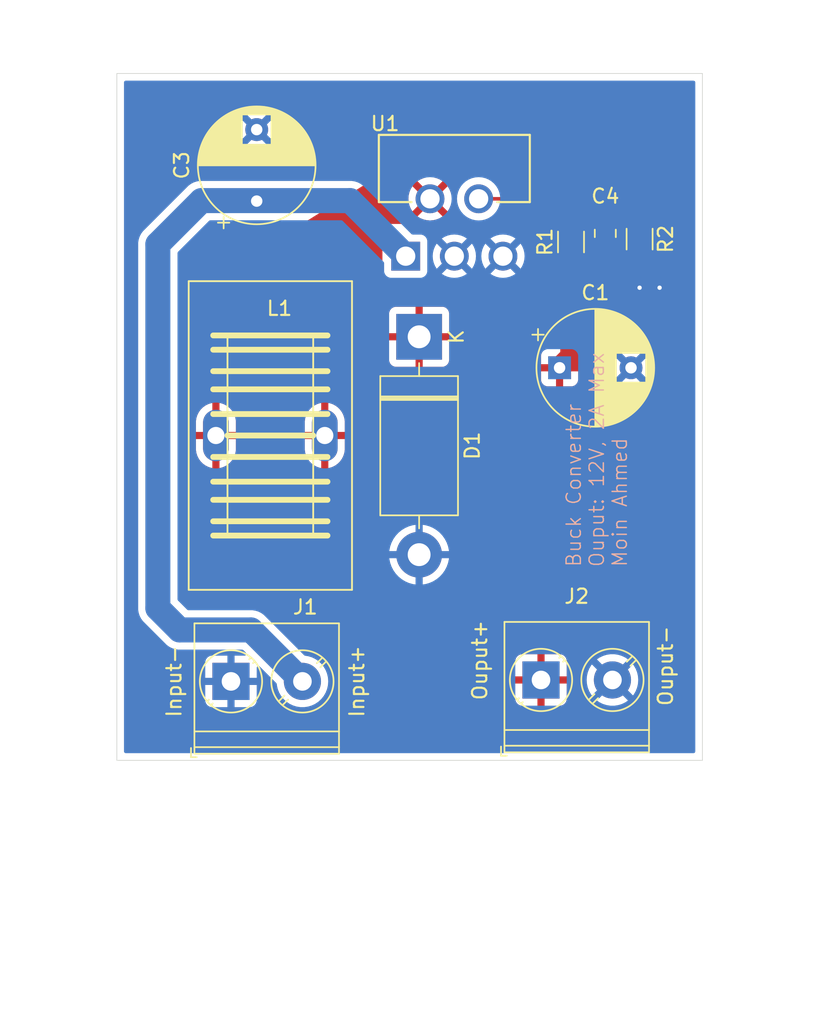
<source format=kicad_pcb>
(kicad_pcb (version 20240108) (generator "pcbnew") (generator_version "8.0")
  (layers (0 "F.Cu" signal) (31 "B.Cu" signal) (34 "B.Paste" user) (35 "F.Paste" user) (36 "B.SilkS" user "B.Silkscreen") (37 "F.SilkS" user "F.Silkscreen") (38 "B.Mask" user) (39 "F.Mask" user) (44 "Edge.Cuts" user))
  (net 0 "")
  (net 1 "GND")
  (net 2 "Net-(J1-Pin_2)")
  (net 3 "/Feedback")
  (net 4 "/Output")
  (net 5 "/OUTPUT_COUT")
  (footprint "Capacitor_THT:CP_Radial_D8.0mm_P5.00mm" (layer "F.Cu") (at 168.2 76.4625)
    (property "Reference" "C1" (at 2.5 -5.25 0) (layer "F.SilkS"))
    (property "Value" "330u")
    (fp_line (start -1.909698 -2.315) (end -1.109698 -2.315) (stroke (width 0.12)) (layer "F.SilkS"))
    (fp_line (start -1.509698 -2.715) (end -1.509698 -1.915) (stroke (width 0.12)) (layer "F.SilkS"))
    (fp_line (start 2.5 -4.08) (end 2.5 4.08) (stroke (width 0.12)) (layer "F.SilkS"))
    (fp_line (start 2.54 -4.08) (end 2.54 4.08) (stroke (width 0.12)) (layer "F.SilkS"))
    (fp_line (start 2.58 -4.08) (end 2.58 4.08) (stroke (width 0.12)) (layer "F.SilkS"))
    (fp_line (start 2.62 -4.079) (end 2.62 4.079) (stroke (width 0.12)) (layer "F.SilkS"))
    (fp_line (start 2.66 -4.077) (end 2.66 4.077) (stroke (width 0.12)) (layer "F.SilkS"))
    (fp_line (start 2.7 -4.076) (end 2.7 4.076) (stroke (width 0.12)) (layer "F.SilkS"))
    (fp_line (start 2.74 -4.074) (end 2.74 4.074) (stroke (width 0.12)) (layer "F.SilkS"))
    (fp_line (start 2.78 -4.071) (end 2.78 4.071) (stroke (width 0.12)) (layer "F.SilkS"))
    (fp_line (start 2.82 -4.068) (end 2.82 4.068) (stroke (width 0.12)) (layer "F.SilkS"))
    (fp_line (start 2.86 -4.065) (end 2.86 4.065) (stroke (width 0.12)) (layer "F.SilkS"))
    (fp_line (start 2.9 -4.061) (end 2.9 4.061) (stroke (width 0.12)) (layer "F.SilkS"))
    (fp_line (start 2.94 -4.057) (end 2.94 4.057) (stroke (width 0.12)) (layer "F.SilkS"))
    (fp_line (start 2.98 -4.052) (end 2.98 4.052) (stroke (width 0.12)) (layer "F.SilkS"))
    (fp_line (start 3.02 -4.048) (end 3.02 4.048) (stroke (width 0.12)) (layer "F.SilkS"))
    (fp_line (start 3.06 -4.042) (end 3.06 4.042) (stroke (width 0.12)) (layer "F.SilkS"))
    (fp_line (start 3.1 -4.037) (end 3.1 4.037) (stroke (width 0.12)) (layer "F.SilkS"))
    (fp_line (start 3.14 -4.03) (end 3.14 4.03) (stroke (width 0.12)) (layer "F.SilkS"))
    (fp_line (start 3.18 -4.024) (end 3.18 4.024) (stroke (width 0.12)) (layer "F.SilkS"))
    (fp_line (start 3.221 -4.017) (end 3.221 4.017) (stroke (width 0.12)) (layer "F.SilkS"))
    (fp_line (start 3.261 -4.01) (end 3.261 4.01) (stroke (width 0.12)) (layer "F.SilkS"))
    (fp_line (start 3.301 -4.002) (end 3.301 4.002) (stroke (width 0.12)) (layer "F.SilkS"))
    (fp_line (start 3.341 -3.994) (end 3.341 3.994) (stroke (width 0.12)) (layer "F.SilkS"))
    (fp_line (start 3.381 -3.985) (end 3.381 3.985) (stroke (width 0.12)) (layer "F.SilkS"))
    (fp_line (start 3.421 -3.976) (end 3.421 3.976) (stroke (width 0.12)) (layer "F.SilkS"))
    (fp_line (start 3.461 -3.967) (end 3.461 3.967) (stroke (width 0.12)) (layer "F.SilkS"))
    (fp_line (start 3.501 -3.957) (end 3.501 3.957) (stroke (width 0.12)) (layer "F.SilkS"))
    (fp_line (start 3.541 -3.947) (end 3.541 3.947) (stroke (width 0.12)) (layer "F.SilkS"))
    (fp_line (start 3.581 -3.936) (end 3.581 3.936) (stroke (width 0.12)) (layer "F.SilkS"))
    (fp_line (start 3.621 -3.925) (end 3.621 3.925) (stroke (width 0.12)) (layer "F.SilkS"))
    (fp_line (start 3.661 -3.914) (end 3.661 3.914) (stroke (width 0.12)) (layer "F.SilkS"))
    (fp_line (start 3.701 -3.902) (end 3.701 3.902) (stroke (width 0.12)) (layer "F.SilkS"))
    (fp_line (start 3.741 -3.889) (end 3.741 3.889) (stroke (width 0.12)) (layer "F.SilkS"))
    (fp_line (start 3.781 -3.877) (end 3.781 3.877) (stroke (width 0.12)) (layer "F.SilkS"))
    (fp_line (start 3.821 -3.863) (end 3.821 3.863) (stroke (width 0.12)) (layer "F.SilkS"))
    (fp_line (start 3.861 -3.85) (end 3.861 3.85) (stroke (width 0.12)) (layer "F.SilkS"))
    (fp_line (start 3.901 -3.835) (end 3.901 3.835) (stroke (width 0.12)) (layer "F.SilkS"))
    (fp_line (start 3.941 -3.821) (end 3.941 3.821) (stroke (width 0.12)) (layer "F.SilkS"))
    (fp_line (start 3.981 -3.805) (end 3.981 -1.04) (stroke (width 0.12)) (layer "F.SilkS"))
    (fp_line (start 3.981 1.04) (end 3.981 3.805) (stroke (width 0.12)) (layer "F.SilkS"))
    (fp_line (start 4.021 -3.79) (end 4.021 -1.04) (stroke (width 0.12)) (layer "F.SilkS"))
    (fp_line (start 4.021 1.04) (end 4.021 3.79) (stroke (width 0.12)) (layer "F.SilkS"))
    (fp_line (start 4.061 -3.774) (end 4.061 -1.04) (stroke (width 0.12)) (layer "F.SilkS"))
    (fp_line (start 4.061 1.04) (end 4.061 3.774) (stroke (width 0.12)) (layer "F.SilkS"))
    (fp_line (start 4.101 -3.757) (end 4.101 -1.04) (stroke (width 0.12)) (layer "F.SilkS"))
    (fp_line (start 4.101 1.04) (end 4.101 3.757) (stroke (width 0.12)) (layer "F.SilkS"))
    (fp_line (start 4.141 -3.74) (end 4.141 -1.04) (stroke (width 0.12)) (layer "F.SilkS"))
    (fp_line (start 4.141 1.04) (end 4.141 3.74) (stroke (width 0.12)) (layer "F.SilkS"))
    (fp_line (start 4.181 -3.722) (end 4.181 -1.04) (stroke (width 0.12)) (layer "F.SilkS"))
    (fp_line (start 4.181 1.04) (end 4.181 3.722) (stroke (width 0.12)) (layer "F.SilkS"))
    (fp_line (start 4.221 -3.704) (end 4.221 -1.04) (stroke (width 0.12)) (layer "F.SilkS"))
    (fp_line (start 4.221 1.04) (end 4.221 3.704) (stroke (width 0.12)) (layer "F.SilkS"))
    (fp_line (start 4.261 -3.686) (end 4.261 -1.04) (stroke (width 0.12)) (layer "F.SilkS"))
    (fp_line (start 4.261 1.04) (end 4.261 3.686) (stroke (width 0.12)) (layer "F.SilkS"))
    (fp_line (start 4.301 -3.666) (end 4.301 -1.04) (stroke (width 0.12)) (layer "F.SilkS"))
    (fp_line (start 4.301 1.04) (end 4.301 3.666) (stroke (width 0.12)) (layer "F.SilkS"))
    (fp_line (start 4.341 -3.647) (end 4.341 -1.04) (stroke (width 0.12)) (layer "F.SilkS"))
    (fp_line (start 4.341 1.04) (end 4.341 3.647) (stroke (width 0.12)) (layer "F.SilkS"))
    (fp_line (start 4.381 -3.627) (end 4.381 -1.04) (stroke (width 0.12)) (layer "F.SilkS"))
    (fp_line (start 4.381 1.04) (end 4.381 3.627) (stroke (width 0.12)) (layer "F.SilkS"))
    (fp_line (start 4.421 -3.606) (end 4.421 -1.04) (stroke (width 0.12)) (layer "F.SilkS"))
    (fp_line (start 4.421 1.04) (end 4.421 3.606) (stroke (width 0.12)) (layer "F.SilkS"))
    (fp_line (start 4.461 -3.584) (end 4.461 -1.04) (stroke (width 0.12)) (layer "F.SilkS"))
    (fp_line (start 4.461 1.04) (end 4.461 3.584) (stroke (width 0.12)) (layer "F.SilkS"))
    (fp_line (start 4.501 -3.562) (end 4.501 -1.04) (stroke (width 0.12)) (layer "F.SilkS"))
    (fp_line (start 4.501 1.04) (end 4.501 3.562) (stroke (width 0.12)) (layer "F.SilkS"))
    (fp_line (start 4.541 -3.54) (end 4.541 -1.04) (stroke (width 0.12)) (layer "F.SilkS"))
    (fp_line (start 4.541 1.04) (end 4.541 3.54) (stroke (width 0.12)) (layer "F.SilkS"))
    (fp_line (start 4.581 -3.517) (end 4.581 -1.04) (stroke (width 0.12)) (layer "F.SilkS"))
    (fp_line (start 4.581 1.04) (end 4.581 3.517) (stroke (width 0.12)) (layer "F.SilkS"))
    (fp_line (start 4.621 -3.493) (end 4.621 -1.04) (stroke (width 0.12)) (layer "F.SilkS"))
    (fp_line (start 4.621 1.04) (end 4.621 3.493) (stroke (width 0.12)) (layer "F.SilkS"))
    (fp_line (start 4.661 -3.469) (end 4.661 -1.04) (stroke (width 0.12)) (layer "F.SilkS"))
    (fp_line (start 4.661 1.04) (end 4.661 3.469) (stroke (width 0.12)) (layer "F.SilkS"))
    (fp_line (start 4.701 -3.444) (end 4.701 -1.04) (stroke (width 0.12)) (layer "F.SilkS"))
    (fp_line (start 4.701 1.04) (end 4.701 3.444) (stroke (width 0.12)) (layer "F.SilkS"))
    (fp_line (start 4.741 -3.418) (end 4.741 -1.04) (stroke (width 0.12)) (layer "F.SilkS"))
    (fp_line (start 4.741 1.04) (end 4.741 3.418) (stroke (width 0.12)) (layer "F.SilkS"))
    (fp_line (start 4.781 -3.392) (end 4.781 -1.04) (stroke (width 0.12)) (layer "F.SilkS"))
    (fp_line (start 4.781 1.04) (end 4.781 3.392) (stroke (width 0.12)) (layer "F.SilkS"))
    (fp_line (start 4.821 -3.365) (end 4.821 -1.04) (stroke (width 0.12)) (layer "F.SilkS"))
    (fp_line (start 4.821 1.04) (end 4.821 3.365) (stroke (width 0.12)) (layer "F.SilkS"))
    (fp_line (start 4.861 -3.338) (end 4.861 -1.04) (stroke (width 0.12)) (layer "F.SilkS"))
    (fp_line (start 4.861 1.04) (end 4.861 3.338) (stroke (width 0.12)) (layer "F.SilkS"))
    (fp_line (start 4.901 -3.309) (end 4.901 -1.04) (stroke (width 0.12)) (layer "F.SilkS"))
    (fp_line (start 4.901 1.04) (end 4.901 3.309) (stroke (width 0.12)) (layer "F.SilkS"))
    (fp_line (start 4.941 -3.28) (end 4.941 -1.04) (stroke (width 0.12)) (layer "F.SilkS"))
    (fp_line (start 4.941 1.04) (end 4.941 3.28) (stroke (width 0.12)) (layer "F.SilkS"))
    (fp_line (start 4.981 -3.25) (end 4.981 -1.04) (stroke (width 0.12)) (layer "F.SilkS"))
    (fp_line (start 4.981 1.04) (end 4.981 3.25) (stroke (width 0.12)) (layer "F.SilkS"))
    (fp_line (start 5.021 -3.22) (end 5.021 -1.04) (stroke (width 0.12)) (layer "F.SilkS"))
    (fp_line (start 5.021 1.04) (end 5.021 3.22) (stroke (width 0.12)) (layer "F.SilkS"))
    (fp_line (start 5.061 -3.189) (end 5.061 -1.04) (stroke (width 0.12)) (layer "F.SilkS"))
    (fp_line (start 5.061 1.04) (end 5.061 3.189) (stroke (width 0.12)) (layer "F.SilkS"))
    (fp_line (start 5.101 -3.156) (end 5.101 -1.04) (stroke (width 0.12)) (layer "F.SilkS"))
    (fp_line (start 5.101 1.04) (end 5.101 3.156) (stroke (width 0.12)) (layer "F.SilkS"))
    (fp_line (start 5.141 -3.124) (end 5.141 -1.04) (stroke (width 0.12)) (layer "F.SilkS"))
    (fp_line (start 5.141 1.04) (end 5.141 3.124) (stroke (width 0.12)) (layer "F.SilkS"))
    (fp_line (start 5.181 -3.09) (end 5.181 -1.04) (stroke (width 0.12)) (layer "F.SilkS"))
    (fp_line (start 5.181 1.04) (end 5.181 3.09) (stroke (width 0.12)) (layer "F.SilkS"))
    (fp_line (start 5.221 -3.055) (end 5.221 -1.04) (stroke (width 0.12)) (layer "F.SilkS"))
    (fp_line (start 5.221 1.04) (end 5.221 3.055) (stroke (width 0.12)) (layer "F.SilkS"))
    (fp_line (start 5.261 -3.019) (end 5.261 -1.04) (stroke (width 0.12)) (layer "F.SilkS"))
    (fp_line (start 5.261 1.04) (end 5.261 3.019) (stroke (width 0.12)) (layer "F.SilkS"))
    (fp_line (start 5.301 -2.983) (end 5.301 -1.04) (stroke (width 0.12)) (layer "F.SilkS"))
    (fp_line (start 5.301 1.04) (end 5.301 2.983) (stroke (width 0.12)) (layer "F.SilkS"))
    (fp_line (start 5.341 -2.945) (end 5.341 -1.04) (stroke (width 0.12)) (layer "F.SilkS"))
    (fp_line (start 5.341 1.04) (end 5.341 2.945) (stroke (width 0.12)) (layer "F.SilkS"))
    (fp_line (start 5.381 -2.907) (end 5.381 -1.04) (stroke (width 0.12)) (layer "F.SilkS"))
    (fp_line (start 5.381 1.04) (end 5.381 2.907) (stroke (width 0.12)) (layer "F.SilkS"))
    (fp_line (start 5.421 -2.867) (end 5.421 -1.04) (stroke (width 0.12)) (layer "F.SilkS"))
    (fp_line (start 5.421 1.04) (end 5.421 2.867) (stroke (width 0.12)) (layer "F.SilkS"))
    (fp_line (start 5.461 -2.826) (end 5.461 -1.04) (stroke (width 0.12)) (layer "F.SilkS"))
    (fp_line (start 5.461 1.04) (end 5.461 2.826) (stroke (width 0.12)) (layer "F.SilkS"))
    (fp_line (start 5.501 -2.784) (end 5.501 -1.04) (stroke (width 0.12)) (layer "F.SilkS"))
    (fp_line (start 5.501 1.04) (end 5.501 2.784) (stroke (width 0.12)) (layer "F.SilkS"))
    (fp_line (start 5.541 -2.741) (end 5.541 -1.04) (stroke (width 0.12)) (layer "F.SilkS"))
    (fp_line (start 5.541 1.04) (end 5.541 2.741) (stroke (width 0.12)) (layer "F.SilkS"))
    (fp_line (start 5.581 -2.697) (end 5.581 -1.04) (stroke (width 0.12)) (layer "F.SilkS"))
    (fp_line (start 5.581 1.04) (end 5.581 2.697) (stroke (width 0.12)) (layer "F.SilkS"))
    (fp_line (start 5.621 -2.651) (end 5.621 -1.04) (stroke (width 0.12)) (layer "F.SilkS"))
    (fp_line (start 5.621 1.04) (end 5.621 2.651) (stroke (width 0.12)) (layer "F.SilkS"))
    (fp_line (start 5.661 -2.604) (end 5.661 -1.04) (stroke (width 0.12)) (layer "F.SilkS"))
    (fp_line (start 5.661 1.04) (end 5.661 2.604) (stroke (width 0.12)) (layer "F.SilkS"))
    (fp_line (start 5.701 -2.556) (end 5.701 -1.04) (stroke (width 0.12)) (layer "F.SilkS"))
    (fp_line (start 5.701 1.04) (end 5.701 2.556) (stroke (width 0.12)) (layer "F.SilkS"))
    (fp_line (start 5.741 -2.505) (end 5.741 -1.04) (stroke (width 0.12)) (layer "F.SilkS"))
    (fp_line (start 5.741 1.04) (end 5.741 2.505) (stroke (width 0.12)) (layer "F.SilkS"))
    (fp_line (start 5.781 -2.454) (end 5.781 -1.04) (stroke (width 0.12)) (layer "F.SilkS"))
    (fp_line (start 5.781 1.04) (end 5.781 2.454) (stroke (width 0.12)) (layer "F.SilkS"))
    (fp_line (start 5.821 -2.4) (end 5.821 -1.04) (stroke (width 0.12)) (layer "F.SilkS"))
    (fp_line (start 5.821 1.04) (end 5.821 2.4) (stroke (width 0.12)) (layer "F.SilkS"))
    (fp_line (start 5.861 -2.345) (end 5.861 -1.04) (stroke (width 0.12)) (layer "F.SilkS"))
    (fp_line (start 5.861 1.04) (end 5.861 2.345) (stroke (width 0.12)) (layer "F.SilkS"))
    (fp_line (start 5.901 -2.287) (end 5.901 -1.04) (stroke (width 0.12)) (layer "F.SilkS"))
    (fp_line (start 5.901 1.04) (end 5.901 2.287) (stroke (width 0.12)) (layer "F.SilkS"))
    (fp_line (start 5.941 -2.228) (end 5.941 -1.04) (stroke (width 0.12)) (layer "F.SilkS"))
    (fp_line (start 5.941 1.04) (end 5.941 2.228) (stroke (width 0.12)) (layer "F.SilkS"))
    (fp_line (start 5.981 -2.166) (end 5.981 -1.04) (stroke (width 0.12)) (layer "F.SilkS"))
    (fp_line (start 5.981 1.04) (end 5.981 2.166) (stroke (width 0.12)) (layer "F.SilkS"))
    (fp_line (start 6.021 -2.102) (end 6.021 -1.04) (stroke (width 0.12)) (layer "F.SilkS"))
    (fp_line (start 6.021 1.04) (end 6.021 2.102) (stroke (width 0.12)) (layer "F.SilkS"))
    (fp_line (start 6.061 -2.034) (end 6.061 2.034) (stroke (width 0.12)) (layer "F.SilkS"))
    (fp_line (start 6.101 -1.964) (end 6.101 1.964) (stroke (width 0.12)) (layer "F.SilkS"))
    (fp_line (start 6.141 -1.89) (end 6.141 1.89) (stroke (width 0.12)) (layer "F.SilkS"))
    (fp_line (start 6.181 -1.813) (end 6.181 1.813) (stroke (width 0.12)) (layer "F.SilkS"))
    (fp_line (start 6.221 -1.731) (end 6.221 1.731) (stroke (width 0.12)) (layer "F.SilkS"))
    (fp_line (start 6.261 -1.645) (end 6.261 1.645) (stroke (width 0.12)) (layer "F.SilkS"))
    (fp_line (start 6.301 -1.552) (end 6.301 1.552) (stroke (width 0.12)) (layer "F.SilkS"))
    (fp_line (start 6.341 -1.453) (end 6.341 1.453) (stroke (width 0.12)) (layer "F.SilkS"))
    (fp_line (start 6.381 -1.346) (end 6.381 1.346) (stroke (width 0.12)) (layer "F.SilkS"))
    (fp_line (start 6.421 -1.229) (end 6.421 1.229) (stroke (width 0.12)) (layer "F.SilkS"))
    (fp_line (start 6.461 -1.098) (end 6.461 1.098) (stroke (width 0.12)) (layer "F.SilkS"))
    (fp_line (start 6.501 -0.948) (end 6.501 0.948) (stroke (width 0.12)) (layer "F.SilkS"))
    (fp_line (start 6.541 -0.768) (end 6.541 0.768) (stroke (width 0.12)) (layer "F.SilkS"))
    (fp_line (start 6.581 -0.533) (end 6.581 0.533) (stroke (width 0.12)) (layer "F.SilkS"))
    (fp_circle (center 2.5 0) (end 6.62 0) (stroke (width 0.12)) (fill none) (layer "F.SilkS"))
    (pad "1" thru_hole rect (at 0 0) (size 1.6 1.6) (drill 0.8) (layers "*.Cu" "*.Mask") (net 5 "/OUTPUT_COUT"))
    (pad "2" thru_hole circle (at 5 0) (size 1.6 1.6) (drill 0.8) (layers "*.Cu" "*.Mask") (net 1 "GND"))
  )
  (footprint "lm2596tv:TO170P470X1016X2092-5P" (layer "F.Cu") (at 164.2364 56.4134)
    (property "Reference" "U1" (at -8.255 2.9718 0) (layer "F.SilkS"))
    (property "Value" "LM2596TADJG")
    (fp_line (start -8.6868 3.7592) (end -8.6868 8.4582) (stroke (width 0.1524)) (layer "F.SilkS"))
    (fp_line (start -8.6868 8.4582) (end -6.4008 8.4582) (stroke (width 0.1524)) (layer "F.SilkS"))
    (fp_line (start -0.4064 8.4582) (end 1.8796 8.4582) (stroke (width 0.1524)) (layer "F.SilkS"))
    (fp_line (start 1.8796 3.7592) (end -8.6868 3.7592) (stroke (width 0.1524)) (layer "F.SilkS"))
    (fp_line (start 1.8796 8.4582) (end 1.8796 3.7592) (stroke (width 0.1524)) (layer "F.SilkS"))
    (pad "1" thru_hole rect (at -6.8072 12.2428) (size 2.0193 2.0193) (drill 1.3462) (layers "*.Cu" "*.Mask") (net 2 "Net-(J1-Pin_2)"))
    (pad "2" thru_hole circle (at -5.1054 8.2296) (size 2.0193 2.0193) (drill 1.3462) (layers "*.Cu" "*.Mask") (net 4 "/Output"))
    (pad "3" thru_hole circle (at -3.4036 12.2428) (size 2.0193 2.0193) (drill 1.3462) (layers "*.Cu" "*.Mask") (net 1 "GND"))
    (pad "4" thru_hole circle (at -1.7018 8.2296) (size 2.0193 2.0193) (drill 1.3462) (layers "*.Cu" "*.Mask") (net 3 "/Feedback"))
    (pad "5" thru_hole circle (at 0 12.2428) (size 2.0193 2.0193) (drill 1.3462) (layers "*.Cu" "*.Mask") (net 1 "GND"))
  )
  (footprint "Capacitor_SMD:C_0805_2012Metric" (layer "F.Cu") (at 171.4 67.0625 90)
    (property "Reference" "C4" (at 2.6 0 180) (layer "F.SilkS"))
    (property "Value" "1.5n")
    (fp_line (start -0.261252 -0.735) (end 0.261252 -0.735) (stroke (width 0.12)) (layer "F.SilkS"))
    (fp_line (start -0.261252 0.735) (end 0.261252 0.735) (stroke (width 0.12)) (layer "F.SilkS"))
    (pad "1" smd roundrect (at -0.95 0 90) (size 1 1.45) (layers "F.Cu" "F.Paste" "F.Mask") (net 5 "/OUTPUT_COUT"))
    (pad "2" smd roundrect (at 0.95 0 90) (size 1 1.45) (layers "F.Cu" "F.Paste" "F.Mask") (net 3 "/Feedback"))
  )
  (footprint "TerminalBlock_Phoenix:TerminalBlock_Phoenix_PT-1,5-2-5.0-H_1x02_P5.00mm_Horizontal" (layer "F.Cu") (at 145.2 98.4)
    (property "Reference" "J1" (at 5.2 -5.2 0) (layer "F.SilkS"))
    (property "Value" "Conn_01x02")
    (fp_line (start -2.8 4.66) (end -2.8 5.3) (stroke (width 0.12)) (layer "F.SilkS"))
    (fp_line (start -2.8 5.3) (end -2.4 5.3) (stroke (width 0.12)) (layer "F.SilkS"))
    (fp_line (start -2.56 -4.06) (end -2.56 5.06) (stroke (width 0.12)) (layer "F.SilkS"))
    (fp_line (start -2.56 -4.06) (end 7.56 -4.06) (stroke (width 0.12)) (layer "F.SilkS"))
    (fp_line (start -2.56 3.5) (end 7.56 3.5) (stroke (width 0.12)) (layer "F.SilkS"))
    (fp_line (start -2.56 4.6) (end 7.56 4.6) (stroke (width 0.12)) (layer "F.SilkS"))
    (fp_line (start -2.56 5.06) (end 7.56 5.06) (stroke (width 0.12)) (layer "F.SilkS"))
    (fp_line (start -1.548 1.281) (end -1.654 1.388) (stroke (width 0.12)) (layer "F.SilkS"))
    (fp_line (start -1.282 1.547) (end -1.388 1.654) (stroke (width 0.12)) (layer "F.SilkS"))
    (fp_line (start 1.388 -1.654) (end 1.281 -1.547) (stroke (width 0.12)) (layer "F.SilkS"))
    (fp_line (start 1.654 -1.388) (end 1.547 -1.281) (stroke (width 0.12)) (layer "F.SilkS"))
    (fp_line (start 3.742 0.992) (end 3.347 1.388) (stroke (width 0.12)) (layer "F.SilkS"))
    (fp_line (start 3.993 1.274) (end 3.613 1.654) (stroke (width 0.12)) (layer "F.SilkS"))
    (fp_line (start 6.388 -1.654) (end 6.008 -1.274) (stroke (width 0.12)) (layer "F.SilkS"))
    (fp_line (start 6.654 -1.388) (end 6.259 -0.992) (stroke (width 0.12)) (layer "F.SilkS"))
    (fp_line (start 7.56 -4.06) (end 7.56 5.06) (stroke (width 0.12)) (layer "F.SilkS"))
    (fp_circle (center 0 0) (end 2.18 0) (stroke (width 0.12)) (fill none) (layer "F.SilkS"))
    (fp_circle (center 5 0) (end 7.18 0) (stroke (width 0.12)) (fill none) (layer "F.SilkS"))
    (pad "1" thru_hole rect (at 0 0) (size 2.6 2.6) (drill 1.3) (layers "*.Cu" "*.Mask") (net 1 "GND"))
    (pad "2" thru_hole circle (at 5 0) (size 2.6 2.6) (drill 1.3) (layers "*.Cu" "*.Mask") (net 2 "Net-(J1-Pin_2)"))
  )
  (footprint "Resistor_SMD:R_1206_3216Metric" (layer "F.Cu") (at 169 67.6625 90)
    (property "Reference" "R1" (at 0 -1.82 90) (layer "F.SilkS"))
    (property "Value" "9k")
    (fp_line (start -0.727064 -0.91) (end 0.727064 -0.91) (stroke (width 0.12)) (layer "F.SilkS"))
    (fp_line (start -0.727064 0.91) (end 0.727064 0.91) (stroke (width 0.12)) (layer "F.SilkS"))
    (pad "1" smd roundrect (at -1.4625 0 90) (size 1.125 1.75) (layers "F.Cu" "F.Paste" "F.Mask") (roundrect_rratio 0.222222) (net 5 "/OUTPUT_COUT"))
    (pad "2" smd roundrect (at 1.4625 0 90) (size 1.125 1.75) (layers "F.Cu" "F.Paste" "F.Mask") (roundrect_rratio 0.222222) (net 3 "/Feedback"))
  )
  (footprint "TerminalBlock_Phoenix:TerminalBlock_Phoenix_PT-1,5-2-5.0-H_1x02_P5.00mm_Horizontal" (layer "F.Cu") (at 166.9 98.3)
    (property "Reference" "J2" (at 2.5 -5.85 0) (layer "F.SilkS"))
    (property "Value" "Conn_01x02")
    (fp_line (start -2.8 4.66) (end -2.8 5.3) (stroke (width 0.12)) (layer "F.SilkS"))
    (fp_line (start -2.8 5.3) (end -2.4 5.3) (stroke (width 0.12)) (layer "F.SilkS"))
    (fp_line (start -2.56 -4.06) (end -2.56 5.06) (stroke (width 0.12)) (layer "F.SilkS"))
    (fp_line (start -2.56 -4.06) (end 7.56 -4.06) (stroke (width 0.12)) (layer "F.SilkS"))
    (fp_line (start -2.56 3.5) (end 7.56 3.5) (stroke (width 0.12)) (layer "F.SilkS"))
    (fp_line (start -2.56 4.6) (end 7.56 4.6) (stroke (width 0.12)) (layer "F.SilkS"))
    (fp_line (start -2.56 5.06) (end 7.56 5.06) (stroke (width 0.12)) (layer "F.SilkS"))
    (fp_line (start -1.548 1.281) (end -1.654 1.388) (stroke (width 0.12)) (layer "F.SilkS"))
    (fp_line (start -1.282 1.547) (end -1.388 1.654) (stroke (width 0.12)) (layer "F.SilkS"))
    (fp_line (start 1.388 -1.654) (end 1.281 -1.547) (stroke (width 0.12)) (layer "F.SilkS"))
    (fp_line (start 1.654 -1.388) (end 1.547 -1.281) (stroke (width 0.12)) (layer "F.SilkS"))
    (fp_line (start 3.742 0.992) (end 3.347 1.388) (stroke (width 0.12)) (layer "F.SilkS"))
    (fp_line (start 3.993 1.274) (end 3.613 1.654) (stroke (width 0.12)) (layer "F.SilkS"))
    (fp_line (start 6.388 -1.654) (end 6.008 -1.274) (stroke (width 0.12)) (layer "F.SilkS"))
    (fp_line (start 6.654 -1.388) (end 6.259 -0.992) (stroke (width 0.12)) (layer "F.SilkS"))
    (fp_line (start 7.56 -4.06) (end 7.56 5.06) (stroke (width 0.12)) (layer "F.SilkS"))
    (fp_circle (center 0 0) (end 2.18 0) (stroke (width 0.12)) (fill none) (layer "F.SilkS"))
    (fp_circle (center 5 0) (end 7.18 0) (stroke (width 0.12)) (fill none) (layer "F.SilkS"))
    (pad "1" thru_hole rect (at 0 0) (size 2.6 2.6) (drill 1.3) (layers "*.Cu" "*.Mask") (net 5 "/OUTPUT_COUT"))
    (pad "2" thru_hole circle (at 5 0) (size 2.6 2.6) (drill 1.3) (layers "*.Cu" "*.Mask") (net 1 "GND"))
  )
  (footprint "Capacitor_THT:CP_Radial_D8.0mm_P5.00mm" (layer "F.Cu") (at 147 64.802651 90)
    (property "Reference" "C3" (at 2.5 -5.25 90) (layer "F.SilkS"))
    (property "Value" "100u")
    (fp_line (start 2.58 -4.08) (end 2.58 4.08) (stroke (width 0.12)) (layer "F.SilkS"))
    (fp_line (start 2.54 -4.08) (end 2.54 4.08) (stroke (width 0.12)) (layer "F.SilkS"))
    (fp_line (start 2.5 -4.08) (end 2.5 4.08) (stroke (width 0.12)) (layer "F.SilkS"))
    (fp_line (start 2.62 -4.079) (end 2.62 4.079) (stroke (width 0.12)) (layer "F.SilkS"))
    (fp_line (start 2.66 -4.077) (end 2.66 4.077) (stroke (width 0.12)) (layer "F.SilkS"))
    (fp_line (start 2.7 -4.076) (end 2.7 4.076) (stroke (width 0.12)) (layer "F.SilkS"))
    (fp_line (start 2.74 -4.074) (end 2.74 4.074) (stroke (width 0.12)) (layer "F.SilkS"))
    (fp_line (start 2.78 -4.071) (end 2.78 4.071) (stroke (width 0.12)) (layer "F.SilkS"))
    (fp_line (start 2.82 -4.068) (end 2.82 4.068) (stroke (width 0.12)) (layer "F.SilkS"))
    (fp_line (start 2.86 -4.065) (end 2.86 4.065) (stroke (width 0.12)) (layer "F.SilkS"))
    (fp_line (start 2.9 -4.061) (end 2.9 4.061) (stroke (width 0.12)) (layer "F.SilkS"))
    (fp_line (start 2.94 -4.057) (end 2.94 4.057) (stroke (width 0.12)) (layer "F.SilkS"))
    (fp_line (start 2.98 -4.052) (end 2.98 4.052) (stroke (width 0.12)) (layer "F.SilkS"))
    (fp_line (start 3.02 -4.048) (end 3.02 4.048) (stroke (width 0.12)) (layer "F.SilkS"))
    (fp_line (start 3.06 -4.042) (end 3.06 4.042) (stroke (width 0.12)) (layer "F.SilkS"))
    (fp_line (start 3.1 -4.037) (end 3.1 4.037) (stroke (width 0.12)) (layer "F.SilkS"))
    (fp_line (start 3.14 -4.03) (end 3.14 4.03) (stroke (width 0.12)) (layer "F.SilkS"))
    (fp_line (start 3.18 -4.024) (end 3.18 4.024) (stroke (width 0.12)) (layer "F.SilkS"))
    (fp_line (start 3.221 -4.017) (end 3.221 4.017) (stroke (width 0.12)) (layer "F.SilkS"))
    (fp_line (start 3.261 -4.01) (end 3.261 4.01) (stroke (width 0.12)) (layer "F.SilkS"))
    (fp_line (start 3.301 -4.002) (end 3.301 4.002) (stroke (width 0.12)) (layer "F.SilkS"))
    (fp_line (start 3.341 -3.994) (end 3.341 3.994) (stroke (width 0.12)) (layer "F.SilkS"))
    (fp_line (start 3.381 -3.985) (end 3.381 3.985) (stroke (width 0.12)) (layer "F.SilkS"))
    (fp_line (start 3.421 -3.976) (end 3.421 3.976) (stroke (width 0.12)) (layer "F.SilkS"))
    (fp_line (start 3.461 -3.967) (end 3.461 3.967) (stroke (width 0.12)) (layer "F.SilkS"))
    (fp_line (start 3.501 -3.957) (end 3.501 3.957) (stroke (width 0.12)) (layer "F.SilkS"))
    (fp_line (start 3.541 -3.947) (end 3.541 3.947) (stroke (width 0.12)) (layer "F.SilkS"))
    (fp_line (start 3.581 -3.936) (end 3.581 3.936) (stroke (width 0.12)) (layer "F.SilkS"))
    (fp_line (start 3.621 -3.925) (end 3.621 3.925) (stroke (width 0.12)) (layer "F.SilkS"))
    (fp_line (start 3.661 -3.914) (end 3.661 3.914) (stroke (width 0.12)) (layer "F.SilkS"))
    (fp_line (start 3.701 -3.902) (end 3.701 3.902) (stroke (width 0.12)) (layer "F.SilkS"))
    (fp_line (start 3.741 -3.889) (end 3.741 3.889) (stroke (width 0.12)) (layer "F.SilkS"))
    (fp_line (start 3.781 -3.877) (end 3.781 3.877) (stroke (width 0.12)) (layer "F.SilkS"))
    (fp_line (start 3.821 -3.863) (end 3.821 3.863) (stroke (width 0.12)) (layer "F.SilkS"))
    (fp_line (start 3.861 -3.85) (end 3.861 3.85) (stroke (width 0.12)) (layer "F.SilkS"))
    (fp_line (start 3.901 -3.835) (end 3.901 3.835) (stroke (width 0.12)) (layer "F.SilkS"))
    (fp_line (start 3.941 -3.821) (end 3.941 3.821) (stroke (width 0.12)) (layer "F.SilkS"))
    (fp_line (start 3.981 -3.805) (end 3.981 -1.04) (stroke (width 0.12)) (layer "F.SilkS"))
    (fp_line (start 4.021 -3.79) (end 4.021 -1.04) (stroke (width 0.12)) (layer "F.SilkS"))
    (fp_line (start 4.061 -3.774) (end 4.061 -1.04) (stroke (width 0.12)) (layer "F.SilkS"))
    (fp_line (start 4.101 -3.757) (end 4.101 -1.04) (stroke (width 0.12)) (layer "F.SilkS"))
    (fp_line (start 4.141 -3.74) (end 4.141 -1.04) (stroke (width 0.12)) (layer "F.SilkS"))
    (fp_line (start 4.181 -3.722) (end 4.181 -1.04) (stroke (width 0.12)) (layer "F.SilkS"))
    (fp_line (start 4.221 -3.704) (end 4.221 -1.04) (stroke (width 0.12)) (layer "F.SilkS"))
    (fp_line (start 4.261 -3.686) (end 4.261 -1.04) (stroke (width 0.12)) (layer "F.SilkS"))
    (fp_line (start 4.301 -3.666) (end 4.301 -1.04) (stroke (width 0.12)) (layer "F.SilkS"))
    (fp_line (start 4.341 -3.647) (end 4.341 -1.04) (stroke (width 0.12)) (layer "F.SilkS"))
    (fp_line (start 4.381 -3.627) (end 4.381 -1.04) (stroke (width 0.12)) (layer "F.SilkS"))
    (fp_line (start 4.421 -3.606) (end 4.421 -1.04) (stroke (width 0.12)) (layer "F.SilkS"))
    (fp_line (start 4.461 -3.584) (end 4.461 -1.04) (stroke (width 0.12)) (layer "F.SilkS"))
    (fp_line (start 4.501 -3.562) (end 4.501 -1.04) (stroke (width 0.12)) (layer "F.SilkS"))
    (fp_line (start 4.541 -3.54) (end 4.541 -1.04) (stroke (width 0.12)) (layer "F.SilkS"))
    (fp_line (start 4.581 -3.517) (end 4.581 -1.04) (stroke (width 0.12)) (layer "F.SilkS"))
    (fp_line (start 4.621 -3.493) (end 4.621 -1.04) (stroke (width 0.12)) (layer "F.SilkS"))
    (fp_line (start 4.661 -3.469) (end 4.661 -1.04) (stroke (width 0.12)) (layer "F.SilkS"))
    (fp_line (start 4.701 -3.444) (end 4.701 -1.04) (stroke (width 0.12)) (layer "F.SilkS"))
    (fp_line (start 4.741 -3.418) (end 4.741 -1.04) (stroke (width 0.12)) (layer "F.SilkS"))
    (fp_line (start 4.781 -3.392) (end 4.781 -1.04) (stroke (width 0.12)) (layer "F.SilkS"))
    (fp_line (start 4.821 -3.365) (end 4.821 -1.04) (stroke (width 0.12)) (layer "F.SilkS"))
    (fp_line (start 4.861 -3.338) (end 4.861 -1.04) (stroke (width 0.12)) (layer "F.SilkS"))
    (fp_line (start 4.901 -3.309) (end 4.901 -1.04) (stroke (width 0.12)) (layer "F.SilkS"))
    (fp_line (start 4.941 -3.28) (end 4.941 -1.04) (stroke (width 0.12)) (layer "F.SilkS"))
    (fp_line (start 4.981 -3.25) (end 4.981 -1.04) (stroke (width 0.12)) (layer "F.SilkS"))
    (fp_line (start 5.021 -3.22) (end 5.021 -1.04) (stroke (width 0.12)) (layer "F.SilkS"))
    (fp_line (start 5.061 -3.189) (end 5.061 -1.04) (stroke (width 0.12)) (layer "F.SilkS"))
    (fp_line (start 5.101 -3.156) (end 5.101 -1.04) (stroke (width 0.12)) (layer "F.SilkS"))
    (fp_line (start 5.141 -3.124) (end 5.141 -1.04) (stroke (width 0.12)) (layer "F.SilkS"))
    (fp_line (start 5.181 -3.09) (end 5.181 -1.04) (stroke (width 0.12)) (layer "F.SilkS"))
    (fp_line (start 5.221 -3.055) (end 5.221 -1.04) (stroke (width 0.12)) (layer "F.SilkS"))
    (fp_line (start 5.261 -3.019) (end 5.261 -1.04) (stroke (width 0.12)) (layer "F.SilkS"))
    (fp_line (start 5.301 -2.983) (end 5.301 -1.04) (stroke (width 0.12)) (layer "F.SilkS"))
    (fp_line (start 5.341 -2.945) (end 5.341 -1.04) (stroke (width 0.12)) (layer "F.SilkS"))
    (fp_line (start 5.381 -2.907) (end 5.381 -1.04) (stroke (width 0.12)) (layer "F.SilkS"))
    (fp_line (start 5.421 -2.867) (end 5.421 -1.04) (stroke (width 0.12)) (layer "F.SilkS"))
    (fp_line (start 5.461 -2.826) (end 5.461 -1.04) (stroke (width 0.12)) (layer "F.SilkS"))
    (fp_line (start 5.501 -2.784) (end 5.501 -1.04) (stroke (width 0.12)) (layer "F.SilkS"))
    (fp_line (start 5.541 -2.741) (end 5.541 -1.04) (stroke (width 0.12)) (layer "F.SilkS"))
    (fp_line (start -1.509698 -2.715) (end -1.509698 -1.915) (stroke (width 0.12)) (layer "F.SilkS"))
    (fp_line (start 5.581 -2.697) (end 5.581 -1.04) (stroke (width 0.12)) (layer "F.SilkS"))
    (fp_line (start 5.621 -2.651) (end 5.621 -1.04) (stroke (width 0.12)) (layer "F.SilkS"))
    (fp_line (start 5.661 -2.604) (end 5.661 -1.04) (stroke (width 0.12)) (layer "F.SilkS"))
    (fp_line (start 5.701 -2.556) (end 5.701 -1.04) (stroke (width 0.12)) (layer "F.SilkS"))
    (fp_line (start 5.741 -2.505) (end 5.741 -1.04) (stroke (width 0.12)) (layer "F.SilkS"))
    (fp_line (start 5.781 -2.454) (end 5.781 -1.04) (stroke (width 0.12)) (layer "F.SilkS"))
    (fp_line (start 5.821 -2.4) (end 5.821 -1.04) (stroke (width 0.12)) (layer "F.SilkS"))
    (fp_line (start 5.861 -2.345) (end 5.861 -1.04) (stroke (width 0.12)) (layer "F.SilkS"))
    (fp_line (start -1.909698 -2.315) (end -1.109698 -2.315) (stroke (width 0.12)) (layer "F.SilkS"))
    (fp_line (start 5.901 -2.287) (end 5.901 -1.04) (stroke (width 0.12)) (layer "F.SilkS"))
    (fp_line (start 5.941 -2.228) (end 5.941 -1.04) (stroke (width 0.12)) (layer "F.SilkS"))
    (fp_line (start 5.981 -2.166) (end 5.981 -1.04) (stroke (width 0.12)) (layer "F.SilkS"))
    (fp_line (start 6.021 -2.102) (end 6.021 -1.04) (stroke (width 0.12)) (layer "F.SilkS"))
    (fp_line (start 6.061 -2.034) (end 6.061 2.034) (stroke (width 0.12)) (layer "F.SilkS"))
    (fp_line (start 6.101 -1.964) (end 6.101 1.964) (stroke (width 0.12)) (layer "F.SilkS"))
    (fp_line (start 6.141 -1.89) (end 6.141 1.89) (stroke (width 0.12)) (layer "F.SilkS"))
    (fp_line (start 6.181 -1.813) (end 6.181 1.813) (stroke (width 0.12)) (layer "F.SilkS"))
    (fp_line (start 6.221 -1.731) (end 6.221 1.731) (stroke (width 0.12)) (layer "F.SilkS"))
    (fp_line (start 6.261 -1.645) (end 6.261 1.645) (stroke (width 0.12)) (layer "F.SilkS"))
    (fp_line (start 6.301 -1.552) (end 6.301 1.552) (stroke (width 0.12)) (layer "F.SilkS"))
    (fp_line (start 6.341 -1.453) (end 6.341 1.453) (stroke (width 0.12)) (layer "F.SilkS"))
    (fp_line (start 6.381 -1.346) (end 6.381 1.346) (stroke (width 0.12)) (layer "F.SilkS"))
    (fp_line (start 6.421 -1.229) (end 6.421 1.229) (stroke (width 0.12)) (layer "F.SilkS"))
    (fp_line (start 6.461 -1.098) (end 6.461 1.098) (stroke (width 0.12)) (layer "F.SilkS"))
    (fp_line (start 6.501 -0.948) (end 6.501 0.948) (stroke (width 0.12)) (layer "F.SilkS"))
    (fp_line (start 6.541 -0.768) (end 6.541 0.768) (stroke (width 0.12)) (layer "F.SilkS"))
    (fp_line (start 6.581 -0.533) (end 6.581 0.533) (stroke (width 0.12)) (layer "F.SilkS"))
    (fp_line (start 6.021 1.04) (end 6.021 2.102) (stroke (width 0.12)) (layer "F.SilkS"))
    (fp_line (start 5.981 1.04) (end 5.981 2.166) (stroke (width 0.12)) (layer "F.SilkS"))
    (fp_line (start 5.941 1.04) (end 5.941 2.228) (stroke (width 0.12)) (layer "F.SilkS"))
    (fp_line (start 5.901 1.04) (end 5.901 2.287) (stroke (width 0.12)) (layer "F.SilkS"))
    (fp_line (start 5.861 1.04) (end 5.861 2.345) (stroke (width 0.12)) (layer "F.SilkS"))
    (fp_line (start 5.821 1.04) (end 5.821 2.4) (stroke (width 0.12)) (layer "F.SilkS"))
    (fp_line (start 5.781 1.04) (end 5.781 2.454) (stroke (width 0.12)) (layer "F.SilkS"))
    (fp_line (start 5.741 1.04) (end 5.741 2.505) (stroke (width 0.12)) (layer "F.SilkS"))
    (fp_line (start 5.701 1.04) (end 5.701 2.556) (stroke (width 0.12)) (layer "F.SilkS"))
    (fp_line (start 5.661 1.04) (end 5.661 2.604) (stroke (width 0.12)) (layer "F.SilkS"))
    (fp_line (start 5.621 1.04) (end 5.621 2.651) (stroke (width 0.12)) (layer "F.SilkS"))
    (fp_line (start 5.581 1.04) (end 5.581 2.697) (stroke (width 0.12)) (layer "F.SilkS"))
    (fp_line (start 5.541 1.04) (end 5.541 2.741) (stroke (width 0.12)) (layer "F.SilkS"))
    (fp_line (start 5.501 1.04) (end 5.501 2.784) (stroke (width 0.12)) (layer "F.SilkS"))
    (fp_line (start 5.461 1.04) (end 5.461 2.826) (stroke (width 0.12)) (layer "F.SilkS"))
    (fp_line (start 5.421 1.04) (end 5.421 2.867) (stroke (width 0.12)) (layer "F.SilkS"))
    (fp_line (start 5.381 1.04) (end 5.381 2.907) (stroke (width 0.12)) (layer "F.SilkS"))
    (fp_line (start 5.341 1.04) (end 5.341 2.945) (stroke (width 0.12)) (layer "F.SilkS"))
    (fp_line (start 5.301 1.04) (end 5.301 2.983) (stroke (width 0.12)) (layer "F.SilkS"))
    (fp_line (start 5.261 1.04) (end 5.261 3.019) (stroke (width 0.12)) (layer "F.SilkS"))
    (fp_line (start 5.221 1.04) (end 5.221 3.055) (stroke (width 0.12)) (layer "F.SilkS"))
    (fp_line (start 5.181 1.04) (end 5.181 3.09) (stroke (width 0.12)) (layer "F.SilkS"))
    (fp_line (start 5.141 1.04) (end 5.141 3.124) (stroke (width 0.12)) (layer "F.SilkS"))
    (fp_line (start 5.101 1.04) (end 5.101 3.156) (stroke (width 0.12)) (layer "F.SilkS"))
    (fp_line (start 5.061 1.04) (end 5.061 3.189) (stroke (width 0.12)) (layer "F.SilkS"))
    (fp_line (start 5.021 1.04) (end 5.021 3.22) (stroke (width 0.12)) (layer "F.SilkS"))
    (fp_line (start 4.981 1.04) (end 4.981 3.25) (stroke (width 0.12)) (layer "F.SilkS"))
    (fp_line (start 4.941 1.04) (end 4.941 3.28) (stroke (width 0.12)) (layer "F.SilkS"))
    (fp_line (start 4.901 1.04) (end 4.901 3.309) (stroke (width 0.12)) (layer "F.SilkS"))
    (fp_line (start 4.861 1.04) (end 4.861 3.338) (stroke (width 0.12)) (layer "F.SilkS"))
    (fp_line (start 4.821 1.04) (end 4.821 3.365) (stroke (width 0.12)) (layer "F.SilkS"))
    (fp_line (start 4.781 1.04) (end 4.781 3.392) (stroke (width 0.12)) (layer "F.SilkS"))
    (fp_line (start 4.741 1.04) (end 4.741 3.418) (stroke (width 0.12)) (layer "F.SilkS"))
    (fp_line (start 4.701 1.04) (end 4.701 3.444) (stroke (width 0.12)) (layer "F.SilkS"))
    (fp_line (start 4.661 1.04) (end 4.661 3.469) (stroke (width 0.12)) (layer "F.SilkS"))
    (fp_line (start 4.621 1.04) (end 4.621 3.493) (stroke (width 0.12)) (layer "F.SilkS"))
    (fp_line (start 4.581 1.04) (end 4.581 3.517) (stroke (width 0.12)) (layer "F.SilkS"))
    (fp_line (start 4.541 1.04) (end 4.541 3.54) (stroke (width 0.12)) (layer "F.SilkS"))
    (fp_line (start 4.501 1.04) (end 4.501 3.562) (stroke (width 0.12)) (layer "F.SilkS"))
    (fp_line (start 4.461 1.04) (end 4.461 3.584) (stroke (width 0.12)) (layer "F.SilkS"))
    (fp_line (start 4.421 1.04) (end 4.421 3.606) (stroke (width 0.12)) (layer "F.SilkS"))
    (fp_line (start 4.381 1.04) (end 4.381 3.627) (stroke (width 0.12)) (layer "F.SilkS"))
    (fp_line (start 4.341 1.04) (end 4.341 3.647) (stroke (width 0.12)) (layer "F.SilkS"))
    (fp_line (start 4.301 1.04) (end 4.301 3.666) (stroke (width 0.12)) (layer "F.SilkS"))
    (fp_line (start 4.261 1.04) (end 4.261 3.686) (stroke (width 0.12)) (layer "F.SilkS"))
    (fp_line (start 4.221 1.04) (end 4.221 3.704) (stroke (width 0.12)) (layer "F.SilkS"))
    (fp_line (start 4.181 1.04) (end 4.181 3.722) (stroke (width 0.12)) (layer "F.SilkS"))
    (fp_line (start 4.141 1.04) (end 4.141 3.74) (stroke (width 0.12)) (layer "F.SilkS"))
    (fp_line (start 4.101 1.04) (end 4.101 3.757) (stroke (width 0.12)) (layer "F.SilkS"))
    (fp_line (start 4.061 1.04) (end 4.061 3.774) (stroke (width 0.12)) (layer "F.SilkS"))
    (fp_line (start 4.021 1.04) (end 4.021 3.79) (stroke (width 0.12)) (layer "F.SilkS"))
    (fp_line (start 3.981 1.04) (end 3.981 3.805) (stroke (width 0.12)) (layer "F.SilkS"))
    (fp_circle (center 2.5 0) (end 6.62 0) (stroke (width 0.12)) (fill none) (layer "F.SilkS"))
    (pad "1" thru_hole rect (at 0 0 90) (size 1.6 1.6) (drill 0.8) (layers "*.Cu" "*.Mask") (net 2 "Net-(J1-Pin_2)"))
    (pad "2" thru_hole circle (at 5 0 90) (size 1.6 1.6) (drill 0.8) (layers "*.Cu" "*.Mask") (net 1 "GND"))
  )
  (footprint "inductor:KM3_0" (layer "F.Cu") (at 147.955 81.2 180)
    (property "Reference" "L1" (at -0.635 8.89 0) (layer "F.SilkS"))
    (property "Value" "150u")
    (fp_line (start 5.715 10.795) (end -5.715 10.795) (stroke (width 0.127)) (layer "F.SilkS"))
    (fp_line (start 5.715 -10.795) (end 5.715 10.795) (stroke (width 0.127)) (layer "F.SilkS"))
    (fp_line (start 3 7) (end 3 0) (stroke (width 0.127)) (layer "F.SilkS"))
    (fp_line (start 3 0) (end 3 -7) (stroke (width 0.127)) (layer "F.SilkS"))
    (fp_line (start 3 -7) (end -3 -7) (stroke (width 0.127)) (layer "F.SilkS"))
    (fp_line (start -3 7) (end 3 7) (stroke (width 0.127)) (layer "F.SilkS"))
    (fp_line (start -3 0) (end 3 0) (stroke (width 0.4064)) (layer "F.SilkS"))
    (fp_line (start -3 0) (end -3 7) (stroke (width 0.127)) (layer "F.SilkS"))
    (fp_line (start -3 -7) (end -3 0) (stroke (width 0.127)) (layer "F.SilkS"))
    (fp_line (start -4 7) (end 4 7) (stroke (width 0.4064)) (layer "F.SilkS"))
    (fp_line (start -4 6) (end 4 6) (stroke (width 0.4064)) (layer "F.SilkS"))
    (fp_line (start -4 4.5) (end 4 4.5) (stroke (width 0.4064)) (layer "F.SilkS"))
    (fp_line (start -4 3.23) (end 4 3.23) (stroke (width 0.4064)) (layer "F.SilkS"))
    (fp_line (start -4 1.5) (end 4 1.5) (stroke (width 0.4064)) (layer "F.SilkS"))
    (fp_line (start -4 -1.5) (end 4 -1.5) (stroke (width 0.4064)) (layer "F.SilkS"))
    (fp_line (start -4 -3.23) (end 4 -3.23) (stroke (width 0.4064)) (layer "F.SilkS"))
    (fp_line (start -4 -4.5) (end 4 -4.5) (stroke (width 0.4064)) (layer "F.SilkS"))
    (fp_line (start -4 -6) (end 4 -6) (stroke (width 0.4064)) (layer "F.SilkS"))
    (fp_line (start -4 -7) (end 4 -7) (stroke (width 0.4064)) (layer "F.SilkS"))
    (fp_line (start -5.715 10.795) (end -5.715 -10.795) (stroke (width 0.127)) (layer "F.SilkS"))
    (fp_line (start -5.715 -10.795) (end 5.715 -10.795) (stroke (width 0.127)) (layer "F.SilkS"))
    (pad "1" thru_hole oval (at -3.81 0 180) (size 1.8 3.6) (drill 1.2) (layers "*.Cu" "*.Mask") (net 5 "/OUTPUT_COUT"))
    (pad "2" thru_hole oval (at 3.81 0 180) (size 1.8 3.6) (drill 1.2) (layers "*.Cu" "*.Mask") (net 4 "/Output"))
  )
  (footprint "Diode_THT:D_DO-201AD_P15.24mm_Horizontal" (layer "F.Cu") (at 158.369 74.295 -90)
    (property "Reference" "D1" (at 7.62 -3.72 -90) (layer "F.SilkS"))
    (property "Value" "1N5820")
    (fp_line (start 2.75 2.72) (end 12.49 2.72) (stroke (width 0.12)) (layer "F.SilkS"))
    (fp_line (start 12.49 2.72) (end 12.49 -2.72) (stroke (width 0.12)) (layer "F.SilkS"))
    (fp_line (start 1.84 0) (end 2.75 0) (stroke (width 0.12)) (layer "F.SilkS"))
    (fp_line (start 13.4 0) (end 12.49 0) (stroke (width 0.12)) (layer "F.SilkS"))
    (fp_line (start 2.75 -2.72) (end 2.75 2.72) (stroke (width 0.12)) (layer "F.SilkS"))
    (fp_line (start 4.175 -2.72) (end 4.175 2.72) (stroke (width 0.12)) (layer "F.SilkS"))
    (fp_line (start 4.295 -2.72) (end 4.295 2.72) (stroke (width 0.12)) (layer "F.SilkS"))
    (fp_line (start 4.415 -2.72) (end 4.415 2.72) (stroke (width 0.12)) (layer "F.SilkS"))
    (fp_line (start 12.49 -2.72) (end 2.75 -2.72) (stroke (width 0.12)) (layer "F.SilkS"))
    (fp_text user "K" (at 0 -2.6 -90) (layer "F.SilkS"))
    (pad "1" thru_hole rect (at 0 0 270) (size 3.2 3.2) (drill 1.6) (layers "*.Cu" "*.Mask") (net 4 "/Output"))
    (pad "2" thru_hole oval (at 15.24 0 270) (size 3.2 3.2) (drill 1.6) (layers "*.Cu" "*.Mask") (net 1 "GND"))
  )
  (footprint "Resistor_SMD:R_1206_3216Metric" (layer "F.Cu") (at 173.8 67.4625 -90)
    (property "Reference" "R2" (at 0 -1.82 -90) (layer "F.SilkS"))
    (property "Value" "1k")
    (fp_line (start -0.727064 0.91) (end 0.727064 0.91) (stroke (width 0.12)) (layer "F.SilkS"))
    (fp_line (start -0.727064 -0.91) (end 0.727064 -0.91) (stroke (width 0.12)) (layer "F.SilkS"))
    (pad "1" smd roundrect (at -1.4625 0 270) (size 1.125 1.75) (layers "F.Cu" "F.Paste" "F.Mask") (roundrect_rratio 0.222222) (net 3 "/Feedback"))
    (pad "2" smd roundrect (at 1.4625 0 270) (size 1.125 1.75) (layers "F.Cu" "F.Paste" "F.Mask") (roundrect_rratio 0.222222) (net 1 "GND"))
  )
  (gr_rect (start 137.21 55.876) (end 178.2 103.924) (stroke (width 0.05)) (fill none) (layer "Edge.Cuts"))
  (gr_text "Buck Converter\nOuput: 12V, 2A Max\nMoin Ahmed " (at 173 90.4625 90) (layer "B.SilkS") (effects (font (size 1 1) (thickness 0.1)) (justify left bottom)))
  (gr_text "Input-" (at 141.8 101 90) (layer "F.SilkS") (effects (font (size 1 1)) (justify left bottom)))
  (gr_text "Input+" (at 154.6 101 90) (layer "F.SilkS") (effects (font (size 1 1)) (justify left bottom)))
  (gr_text "Ouput+" (at 163.2 99.8 90) (layer "F.SilkS") (effects (font (size 1 1)) (justify left bottom)))
  (gr_text "Ouput-" (at 176.2 100.2 90) (layer "F.SilkS") (effects (font (size 1 1)) (justify left bottom)))
  (segment (start 173.8 68.925) (end 175.2 70.325) (width 0.25) (layer "F.Cu") (net 1))
  (segment (start 175.2 70.325) (end 175.2 70.8625) (width 0.25) (layer "F.Cu") (net 1))
  (segment (start 173.8 68.925) (end 173.8 70.8625) (width 0.25) (layer "F.Cu") (net 1))
  (via (at 175.2 70.8625) (size 0.6) (drill 0.3) (layers "F.Cu" "B.Cu") (net 1))
  (via (at 173.8 70.8625) (size 0.6) (drill 0.3) (layers "F.Cu" "B.Cu") (net 1))
  (segment (start 153.543 64.77) (end 143.129 64.77) (width 1.75) (layer "B.Cu") (net 2))
  (segment (start 140.081 67.818) (end 140.081 93.281) (width 1.75) (layer "B.Cu") (net 2))
  (segment (start 141.6 94.8) (end 146.6 94.8) (width 1.75) (layer "B.Cu") (net 2))
  (segment (start 157.4292 68.6562) (end 153.543 64.77) (width 1.75) (layer "B.Cu") (net 2))
  (segment (start 143.129 64.77) (end 140.081 67.818) (width 1.75) (layer "B.Cu") (net 2))
  (segment (start 146.6 94.8) (end 150.2 98.4) (width 1.75) (layer "B.Cu") (net 2))
  (segment (start 140.081 93.281) (end 141.6 94.8) (width 1.75) (layer "B.Cu") (net 2))
  (segment (start 169 66.2) (end 173.6 66.2) (width 0.25) (layer "F.Cu") (net 3))
  (segment (start 167.443 64.643) (end 169 66.2) (width 0.25) (layer "F.Cu") (net 3))
  (segment (start 162.5346 64.643) (end 167.443 64.643) (width 0.25) (layer "F.Cu") (net 3))
  (segment (start 173.6 66.2) (end 173.8 66) (width 0.25) (layer "F.Cu") (net 3))
  (segment (start 169 69.125) (end 169 75.6625) (width 1.5) (layer "F.Cu") (net 5))
  (segment (start 151.765 81.28) (end 151.765 80.899) (width 1.75) (layer "F.Cu") (net 5))
  (segment (start 169 75.6625) (end 168.2 76.4625) (width 1.5) (layer "F.Cu") (net 5))
  (segment (start 170.1125 68.0125) (end 169 69.125) (width 0.25) (layer "F.Cu") (net 5))
  (segment (start 171.4 68.0125) (end 170.1125 68.0125) (width 0.25) (layer "F.Cu") (net 5))
  (zone (net 5) (net_name "/OUTPUT_COUT") (layer "F.Cu") (priority 2) (connect_pads (clearance 0.5)) (min_thickness 0.25) (fill yes (thermal_gap 0.5) (thermal_bridge_width 0.5))
    (polygon (pts (xy 164.8 78.6) (xy 164.8 75.2) (xy 171 75.2) (xy 170.8 93) (xy 168.8 101.2) (xy 163.4 101.2) (xy 163.4 84.8) (xy 149.8 84.8) (xy 149.8 78.6)))
  )
  (zone (net 4) (net_name "/Output") (layer "F.Cu") (priority 1) (connect_pads (clearance 0.5)) (min_thickness 0.25) (fill yes (thermal_gap 0.5) (thermal_bridge_width 0.5))
    (polygon (pts (xy 160.8328 62.914625) (xy 160.8 66.4) (xy 155.8 66.4) (xy 155.8 70.6) (xy 162 70.6) (xy 162 77.6) (xy 146.2 77.8) (xy 146.2 84) (xy 142.4 84) (xy 142.2 71.4) (xy 155.6 63)))
  )
  (zone (net 1) (net_name "GND") (layer "B.Cu") (connect_pads (clearance 0.5)) (min_thickness 0.25) (fill yes (thermal_gap 0.5) (thermal_bridge_width 0.5))
    (polygon (pts (xy 185.92784 51.37166) (xy 187.19784 122.36466) (xy 130.30184 121.72966) (xy 129.03184 50.73666)))
  )
)
</source>
